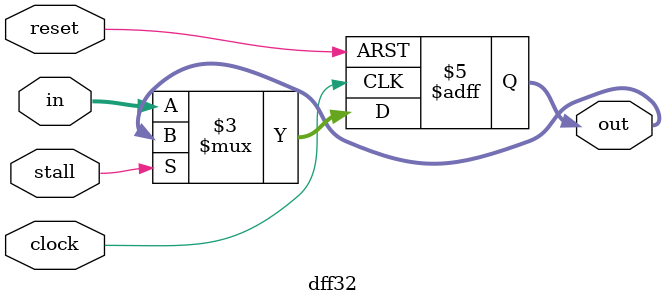
<source format=v>
module dff32 (clock, reset, stall, in, out);

   input [31:0] in;
   input clock, reset, stall;
   output reg [31:0] out;

   always @(posedge clock or posedge reset)
   begin
      if (reset) // reset the registers
         out <= -4;
      else if (!stall)
         out <= in;
   end

endmodule
</source>
